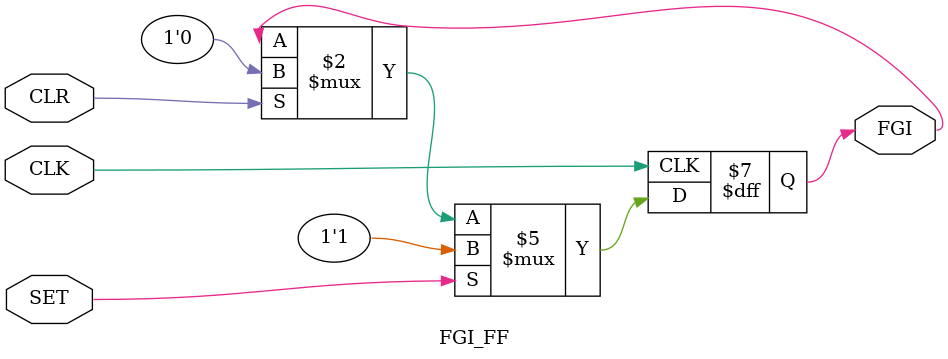
<source format=v>
module CU
  #(parameter ADDR_WIDTH = 12,
    parameter DATA_WIDTH = 16)
(
   input CLK,
   input [2:0]Opcode,
   input I_bit,
   input IEN,
   input FGO,
   input FGI,
   output reg set_IEN,
   output reg set_FGI,
   output reg set_FGO,
   output reg clrIEN,
   output reg clrFGI,
   output reg clrFGO,
   output reg ldINPR,
   output reg ldOUTR,
   output reg ldAR,
   output reg ldPC,
   output reg ldDR,
   output reg ldAC,
   output reg ldIR,
   output reg ldTR, 
   output reg clrAR,
   output reg clrPC,
   output reg clrDR,
   output reg clrAC,
   output reg clrTR, 
   output reg inrAR,
   output reg inrPC,
   output reg inrDR,
   output reg inrAC,
   output reg inrTR,
   output reg memwrite,
   output reg memread,                    
   output reg [3:0] aluop,
   output reg [2:0] s,
   output reg INC,
   output reg CLR,
   input [DATA_WIDTH-1:0]T,
   input  [7:0]D,
   input [3:0]B,
   input DR_ZERO,
   input A_ZERO,
   input A_Flag,
   input E_ZERO
   ); 
   
  
    wire r;
    assign r = (T[3] ^ D[7] ^ !I_bit);
    wire p;
    assign p = (I_bit^ T[3] ^ D[7]);

  always @(*) begin
	  ldAR = 0;
	  ldPC = 0;
	  ldDR = 0;
	  ldAC = 0;
	  ldIR = 0;
	  ldTR = 0;
	  ldINPR = 0;
    ldOUTR = 0;
    clrAR = 0;
	  clrPC = 0;
	  clrDR = 0;
	  clrAC = 0;
	  clrTR = 0;
	  inrAR = 0;
	  inrPC = 0;
	  inrDR = 0;
	  inrAC = 0;
	  inrTR = 0;
	  set_IEN = 0;
      set_FGI = 0;
      set_FGO = 0;
      clrIEN = 0;
      clrFGI = 0;
      clrFGO = 0;
	  memwrite = 0;
	  memread = 0;                  
	  aluop = 4'b0000;
	  s = 3'b000;
 
	  if(T[0]) begin// Fetch phase
			      CLR<=0;
		        s <= 3'b010;
            ldAR <= 1; 
            INC = 1;
      end
      else if (T[1]) begin
            memread <= 1;
            s <= 3'b111;
			      ldIR <= 1;
            INC <= 1;
			      inrPC<=1;
      end
      else if (T[2]) begin
            s = 3'b101;
			      ldAR = 1;
            INC <= 1;     
      end
      else if (T[3]) begin
      // Determine if indirect or direct
          if (I_bit) begin
            memread <= 1;
				    s <= 3'b111;
            ldAR <= 1;
            INC <= 1;
          end else begin
            INC<=1;// Direct addressing, do nothing
          end
      end
      else if (T[4] & D[0]) begin
            s = 3'b111;
            ldDR = 1;
            memread <= 1;
            INC <= 1;
      end
      else if (T[5] & D[0]) begin
            ldAC <= 1;
            aluop <= 4'b0000;
            CLR <= 1;
      end
      else if (T[4] & D[1]) begin            
            s = 3'b111;
            ldDR = 1; 
            memread <= 1;
            INC <= 1;
      end
      else if (T[5] & D[1]) begin
            ldAC <= 1;
            aluop = 4'b0001;
            CLR <= 1;
      end
      else if (T[4] & D[2]) begin     
            s = 3'b111;
		        memread <= 1;
            ldDR <= 1;
            INC <= 1;
      end
      else if (T[5] & D[2]) begin
            aluop=4'b1101;
		        ldAC <= 1;
            CLR <= 1;
      end
      else if (T[4] & D[3]) begin
            s = 3'b100;
            memwrite <= 1;
            CLR <= 1;
      end
      else if (T[4] & D[4]) begin
            // BUN Instruction Execution
            s = 3'b001;
            ldPC = 1;
            CLR <= 1;
      end
      else if (T[4] & D[5]) begin
            s=3'b010;    // Store the PC in memory at address AR
            memwrite <= 1;         // Write PC to memory
            inrAR <= 1;     
			      INC<=1;
      end
      else if (T[5] & D[5]) begin
            // BSA Instruction Execution - Step 2: PC <- AR, SC <- 0
            ldPC <= 1;             // Load AR into PC (PC <- AR)
            s = 3'b001;
            CLR <= 1;               // Clear sequence counter SC
      end
      else if (T[4] & D[6]) begin
			      s = 3'b111;
            memread <= 1;  
            ldDR <= 1;  
      end
      else if (T[5] & D[6]) begin
            inrDR <= 1;  
      end
      else if (T[6] & D[6]) begin
            s = 3'b011;
            memwrite <= 1;  
		      if (DR_ZERO)  
            inrPC <= 1;  
            CLR <= 1;  
      end
      else if (r ^ B == 4'b1011) begin
            clrAC<=1;
			      CLR	<=1;		
      end
      else if (r ^ B== 4'b1010) begin
		        aluop <= 4'b0111;
		        CLR <=1;
      end
	  else if (r ^ B== 4'b1001) begin
		        aluop = 4'b0011;
		        ldAC <= 1;
		        CLR<=1;
		  end
	  else if (r ^ B== 4'b1000) begin
            aluop <= 4'b1000;
            CLR<=1;
			end
	  else if (r ^ B== 4'b0111) begin
            aluop <= 0100; // CIR function
    		      ldAC <= 1; 
			      CLR<=1;
      end
	  else if (r ^ B== 4'b0110) begin
            aluop <= 0101; // CIL function
			      ldAC <= 1; 
			      CLR<=1;
      end
	  else if (r ^ B== 4'b0101) begin
             inrAC = 1; //INC AC
			       CLR<=1;			
      end
	  else if (r ^ B== 4'b0100) begin
		       if (A_Flag)begin
             inrPC <= 1;
             CLR<=1;
           end else 
             CLR<=1;			
      end
		  else if (r ^ B== 4'b0011) begin
		       if (!A_Flag)begin
             inrPC <= 1;
			       CLR<=1;
			     end else 
			       CLR<=1;
      end
	  else if (r ^ B== 4'b0010) begin
           if (A_ZERO)begin
			       inrPC<=1;
			       CLR<=1;
			     end else 
			       CLR<=1;
      end
	  else if (r ^ B== 4'b0001) begin
           if (E_ZERO)begin
			       inrPC<=1;
			       CLR<=1;
			     end else 
			       CLR<=1;
      end
	  else if (r ^ B== 4'b0000) begin
            clrAC<=1;
			      clrAR<=1;
			      clrDR<=1;
			      clrTR<=1;
			      CLR<=1;
      end
      else if (p ^ B == 4'b1011) begin
            aluop <= 4'he;
            ldAC <= 1;
            clrFGI <= 1;
			CLR	<=1;		
      end
      else if (p ^ B== 4'b1010) begin
		        s = 3'b100;
		        ldOUTR <= 1;
		        clrFGO <= 1;
		        CLR <=1;
      end
	  else if (p ^ B== 4'b1001) begin
		        if (FGI)begin
			       inrPC<=1;
			       CLR<=1;
			     end else 
			       CLR<=1;
		  end
	  else if (p ^ B== 4'b1000) begin
            if (FGO)begin
			       inrPC<=1;
			       CLR<=1;
			     end else 
			       CLR<=1;
			end
	  else if (p ^ B== 4'b0111) begin
	              set_IEN <= 1;
			      CLR<=1;
      end
	  else if (p ^ B== 4'b0110) begin 
			      clrIEN <= 1;
			      CLR<=1;
      end
			
    end

    
endmodule

//-------------------------------------------------------------------
module I_module (
    input  IR,   // Instruction Register (16-bit)
    output reg I_bit   // Output for Indirect Addressing bit (Bit 15)
);
    always @(*) begin
        I_bit = IR;  // Extract bit 15 of the IR
    end
endmodule

//--------------------------------------------------------------------

module IR_Decoder
  #(parameter m = 8)
  (input [m-6:0] Data_IN,
   output reg [m-1:0] D);

   always @(*) begin
    D = 8'b00000000; // Reset all bits
    case (Data_IN)
      3'b000 : D = 8'b00000001; // Set D[0]
      3'b001 : D = 8'b00000010; // Set D[1]
      3'b010 : D = 8'b00000100; // Set D[2]
      3'b011 : D = 8'b00001000; // Set D[3]
      3'b100 : D = 8'b00010000; // Set D[4]
      3'b101 : D = 8'b00100000; // Set D[5]
      3'b110 : D = 8'b01000000; // Set D[6]
      3'b111 : D = 8'b10000000; // Set D[7]
    endcase
  end

endmodule
//-------------------------------------------------------
module SequenceCounter
    #(parameter m = 4)
    (input CLR, CLK,INC,
    output reg [m-1:0] SC_OUT);
	initial begin 
	SC_OUT=4'b0000;
	end
	always @(posedge CLK)
		begin
			if(CLR)
			SC_OUT = 4'b0000;
			else if(INC)
			SC_OUT = SC_OUT + 1;
		end
		
endmodule
//-------------------------------------------------------
module TDECODER
  #(parameter m = 16)
  (input [m-13:0] Data_IN,
   output reg [m-1:0] T);
   
   initial begin
   T=16'b0000000000000000;
 end
 
   always @(*) begin
    T = 16'b0000000000000000; // Reset all bits
    case (Data_IN)
      4'b0000 : T = 16'b0000000000000001; // Set T[0]
      4'b0001 : T = 16'b0000000000000010; // Set T[1]
      4'b0010 : T = 16'b0000000000000100; // Set T[2]
      4'b0011 : T = 16'b0000000000001000; // Set T[3]
      4'b0100 : T = 16'b0000000000010000; // Set T[4]
      4'b0101 : T = 16'b0000000000100000; // Set T[5]
      4'b0110 : T = 16'b0000000001000000; // Set T[6]
      4'b0111 : T = 16'b0000000010000000; // Set T[7]
      4'b1000 : T = 16'b0000000100000000; // Set T[8]
      4'b1001 : T = 16'b0000001000000000; // Set T[9]
      4'b1010 : T = 16'b0000010000000000; // Set T[10]
      4'b1011 : T = 16'b0000100000000000; // Set T[11]
      4'b1100 : T = 16'b0001000000000000; // Set T[12]
      4'b1101 : T = 16'b0010000000000000; // Set T[13]
      4'b1110 : T = 16'b0100000000000000; // Set T[14]
      4'b1111 : T = 16'b1000000000000000; // Set T[15]
    endcase
end
endmodule

//------------------------------------------------------------------
module IR0_11ENCODER #(parameter m=12)
(
input [11:0]IR0_11,
output reg [3:0]B
);
	initial begin 
	B =12'b000000000000;
	end

always @(*)begin
 case(IR0_11)
 12'b000000000001 : B=4'b0000;
 12'b000000000010 : B=4'b0001;
 12'b000000000100 : B=4'b0010;
 12'b000000001000 : B=4'b0011;
 12'b000000010000 : B=4'b0100;
 12'b000000100000 : B=4'b0101;
 12'b000001000000 : B=4'b0110;
 12'b000010000000 : B=4'b0111;
 12'b000100000000 : B=4'b1000;
 12'b001000000000 : B=4'b1001;
 12'b010000000000 : B=4'b1010;
 12'b100000000000 : B=4'b1011;
 endcase
 end
endmodule
//--------------------------------------------------------------------
module IEN_FF(
    input CLK,          // Clock signal
    input SET,      // Signal to set IEN
    input CLR,    // Signal to clear IEN
    output reg IEN      // Interrupt Enable flip-flop
);

always @(posedge CLK) begin
    if (SET)
        IEN <= 1'b1;    // Set IEN
    else if (CLR)
        IEN <= 1'b0;    // Clear IEN
end

endmodule

//--------------------------------------------------------------------
module FGO_FF(
    input CLK,          // Clock signal
    input SET,      // Signal to set FGO
    input CLR,    // Signal to clear FGO
    output reg FGO      // Output flag flip-flop
);

always @(posedge CLK) begin
    if (SET)
        FGO <= 1'b1;    // Set FGO
    else if (CLR)
        FGO <= 1'b0;    // Clear FGO
end

endmodule
//--------------------------------------------------------------------
module FGI_FF(
    input CLK,          // Clock signal
    input SET,      // Signal to set FGI
    input CLR,    // Signal to clear FGI
    output reg FGI      // Input flag flip-flop
);

always @(posedge CLK) begin
    if (SET)
        FGI <= 1'b1;    // Set FGI
    else if (CLR)
        FGI <= 1'b0;    // Clear FGI
end

endmodule
//--------------------------------------------------------------------
</source>
